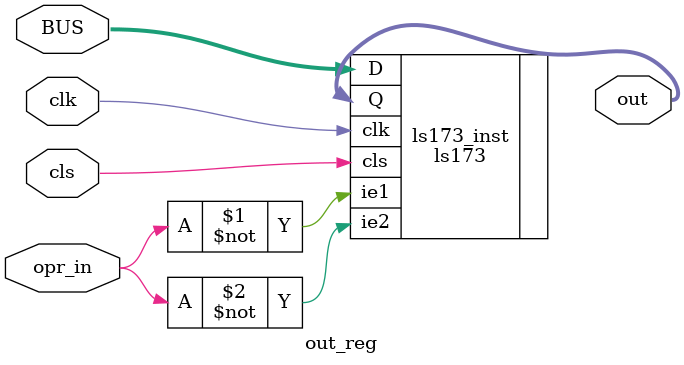
<source format=v>
module out_reg(
	input clk, cls, opr_in,
	input [7:0]BUS,
	output [7:0]out
);

ls173 ls173_inst(
	.clk(clk),
	.cls(cls),
	.ie1(~opr_in),
	.ie2(~opr_in),
	.D(BUS),
	.Q(out)
);
endmodule 
</source>
